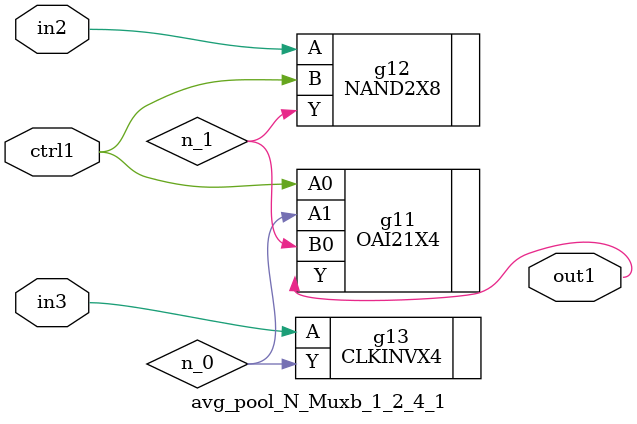
<source format=v>
`timescale 1ps / 1ps


module avg_pool_N_Muxb_1_2_4_1(in3, in2, ctrl1, out1);
  input in3, in2, ctrl1;
  output out1;
  wire in3, in2, ctrl1;
  wire out1;
  wire n_0, n_1;
  OAI21X4 g11(.A0 (ctrl1), .A1 (n_0), .B0 (n_1), .Y (out1));
  NAND2X8 g12(.A (in2), .B (ctrl1), .Y (n_1));
  CLKINVX4 g13(.A (in3), .Y (n_0));
endmodule


</source>
